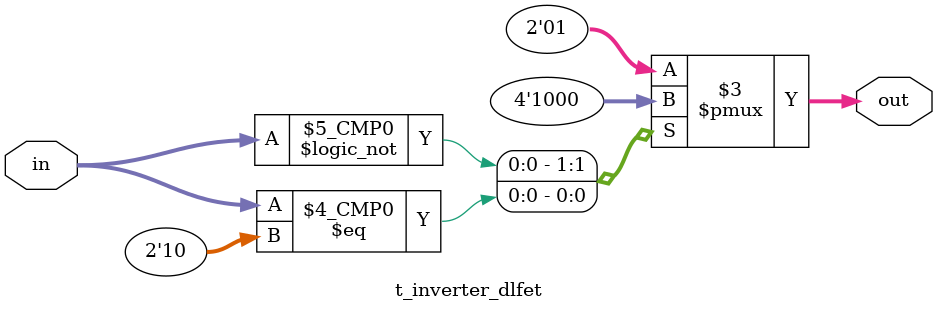
<source format=v>
/*
 * seT5 Ternary Inverter using DLFET-RM Hybrid
 * Based on Samsung's Double-Gated Feedback Field-Effect Transistor
 * with Resistive Memory stabilization for state "1".
 *
 * Implements ternary inversion: 0 → 2, 1 → 1, 2 → 0
 * Uses partial depletion for state 1 stabilization.
 *
 * SPDX-License-Identifier: GPL-2.0
 */

module t_inverter_dlfet (
    input [1:0] in,
    output reg [1:0] out
);
    // Physics-level behavioral mapping
    always @(*) begin
        case(in)
            2'b00: out = 2'b10; // Input 0 -> Output 2
            2'b01: out = 2'b01; // Input 1 -> Output 1 (RM Stabilized)
            2'b10: out = 2'b00; // Input 2 -> Output 0
            default: out = 2'b01;
        endcase
    end
endmodule
</source>
